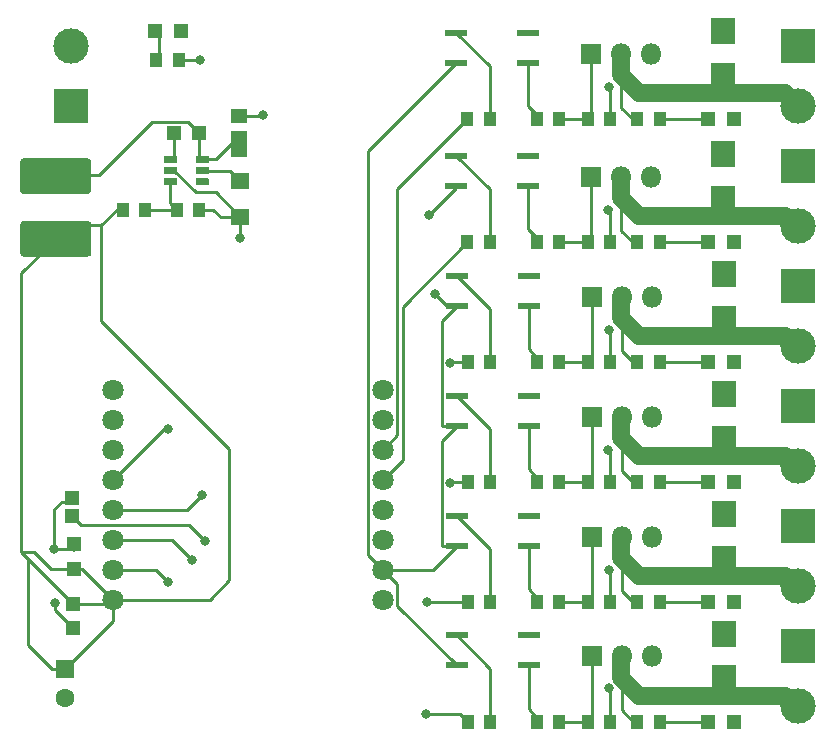
<source format=gbr>
%TF.GenerationSoftware,KiCad,Pcbnew,(5.1.7)-1*%
%TF.CreationDate,2020-12-01T10:33:41+01:00*%
%TF.ProjectId,HeatController,48656174-436f-46e7-9472-6f6c6c65722e,rev?*%
%TF.SameCoordinates,Original*%
%TF.FileFunction,Copper,L1,Top*%
%TF.FilePolarity,Positive*%
%FSLAX46Y46*%
G04 Gerber Fmt 4.6, Leading zero omitted, Abs format (unit mm)*
G04 Created by KiCad (PCBNEW (5.1.7)-1) date 2020-12-01 10:33:41*
%MOMM*%
%LPD*%
G01*
G04 APERTURE LIST*
%TA.AperFunction,SMDPad,CuDef*%
%ADD10R,1.300000X1.200000*%
%TD*%
%TA.AperFunction,ComponentPad*%
%ADD11R,3.000000X3.000000*%
%TD*%
%TA.AperFunction,ComponentPad*%
%ADD12C,3.000000*%
%TD*%
%TA.AperFunction,ComponentPad*%
%ADD13C,1.800000*%
%TD*%
%TA.AperFunction,SMDPad,CuDef*%
%ADD14R,1.250000X1.200000*%
%TD*%
%TA.AperFunction,SMDPad,CuDef*%
%ADD15R,1.200000X1.200000*%
%TD*%
%TA.AperFunction,ComponentPad*%
%ADD16R,1.800000X1.800000*%
%TD*%
%TA.AperFunction,ComponentPad*%
%ADD17O,1.800000X1.800000*%
%TD*%
%TA.AperFunction,SMDPad,CuDef*%
%ADD18R,1.930000X0.590000*%
%TD*%
%TA.AperFunction,SMDPad,CuDef*%
%ADD19R,1.000000X1.300000*%
%TD*%
%TA.AperFunction,SMDPad,CuDef*%
%ADD20R,2.100000X2.200000*%
%TD*%
%TA.AperFunction,SMDPad,CuDef*%
%ADD21R,1.200000X1.250000*%
%TD*%
%TA.AperFunction,ComponentPad*%
%ADD22R,1.600000X1.600000*%
%TD*%
%TA.AperFunction,ComponentPad*%
%ADD23C,1.600000*%
%TD*%
%TA.AperFunction,SMDPad,CuDef*%
%ADD24R,1.400000X2.300000*%
%TD*%
%TA.AperFunction,SMDPad,CuDef*%
%ADD25R,1.400000X1.250000*%
%TD*%
%TA.AperFunction,SMDPad,CuDef*%
%ADD26R,1.600000X1.400000*%
%TD*%
%TA.AperFunction,ViaPad*%
%ADD27C,0.800000*%
%TD*%
%TA.AperFunction,Conductor*%
%ADD28C,0.250000*%
%TD*%
%TA.AperFunction,Conductor*%
%ADD29C,1.500000*%
%TD*%
G04 APERTURE END LIST*
%TO.P,L1,2*%
%TO.N,/SW*%
%TA.AperFunction,SMDPad,CuDef*%
G36*
G01*
X158942000Y-68523000D02*
X153440000Y-68523000D01*
G75*
G02*
X153191000Y-68274000I0J249000D01*
G01*
X153191000Y-65772000D01*
G75*
G02*
X153440000Y-65523000I249000J0D01*
G01*
X158942000Y-65523000D01*
G75*
G02*
X159191000Y-65772000I0J-249000D01*
G01*
X159191000Y-68274000D01*
G75*
G02*
X158942000Y-68523000I-249000J0D01*
G01*
G37*
%TD.AperFunction*%
%TO.P,L1,1*%
%TO.N,/3V3*%
%TA.AperFunction,SMDPad,CuDef*%
G36*
G01*
X158961000Y-73823000D02*
X153459000Y-73823000D01*
G75*
G02*
X153210000Y-73574000I0J249000D01*
G01*
X153210000Y-71072000D01*
G75*
G02*
X153459000Y-70823000I249000J0D01*
G01*
X158961000Y-70823000D01*
G75*
G02*
X159210000Y-71072000I0J-249000D01*
G01*
X159210000Y-73574000D01*
G75*
G02*
X158961000Y-73823000I-249000J0D01*
G01*
G37*
%TD.AperFunction*%
%TD*%
D10*
%TO.P,E_33,2*%
%TO.N,GND*%
X157607000Y-94234000D03*
%TO.P,E_33,1*%
%TO.N,/GND2*%
X157607000Y-95834000D03*
%TD*%
D11*
%TO.P,JP1,1*%
%TO.N,/24V*%
X157480000Y-61087000D03*
D12*
%TO.P,JP1,2*%
%TO.N,GND*%
X157480000Y-56007000D03*
%TD*%
D11*
%TO.P,J6,1*%
%TO.N,/24V*%
X219075000Y-106807000D03*
D12*
%TO.P,J6,2*%
%TO.N,Net-(D6-Pad2)*%
X219075000Y-111887000D03*
%TD*%
D11*
%TO.P,J5,1*%
%TO.N,/24V*%
X219075000Y-96647000D03*
D12*
%TO.P,J5,2*%
%TO.N,Net-(D5-Pad2)*%
X219075000Y-101727000D03*
%TD*%
D11*
%TO.P,J4,1*%
%TO.N,/24V*%
X219075000Y-86487000D03*
D12*
%TO.P,J4,2*%
%TO.N,Net-(D4-Pad2)*%
X219075000Y-91567000D03*
%TD*%
D11*
%TO.P,J3,1*%
%TO.N,/24V*%
X219075000Y-76327000D03*
D12*
%TO.P,J3,2*%
%TO.N,Net-(D3-Pad2)*%
X219075000Y-81407000D03*
%TD*%
D11*
%TO.P,J2,1*%
%TO.N,/24V*%
X219075000Y-66167000D03*
D12*
%TO.P,J2,2*%
%TO.N,Net-(D2-Pad2)*%
X219075000Y-71247000D03*
%TD*%
D11*
%TO.P,J1,1*%
%TO.N,/24V*%
X219075000Y-56007000D03*
D12*
%TO.P,J1,2*%
%TO.N,Net-(D1-Pad2)*%
X219075000Y-61087000D03*
%TD*%
D13*
%TO.P,U1,16*%
%TO.N,N/C*%
X183896000Y-85090000D03*
%TO.P,U1,1*%
X161036000Y-85090000D03*
%TO.P,U1,15*%
X183896000Y-87630000D03*
%TO.P,U1,2*%
X161036000Y-87630000D03*
%TO.P,U1,14*%
%TO.N,/D1*%
X183896000Y-90170000D03*
%TO.P,U1,3*%
%TO.N,N/C*%
X161036000Y-90170000D03*
%TO.P,U1,13*%
%TO.N,/D2*%
X183896000Y-92710000D03*
%TO.P,U1,4*%
%TO.N,/D5*%
X161036000Y-92710000D03*
%TO.P,U1,12*%
%TO.N,N/C*%
X183896000Y-95250000D03*
%TO.P,U1,5*%
%TO.N,/D6*%
X161036000Y-95250000D03*
%TO.P,U1,11*%
%TO.N,N/C*%
X183896000Y-97790000D03*
%TO.P,U1,6*%
%TO.N,/D7*%
X161036000Y-97790000D03*
%TO.P,U1,10*%
%TO.N,/GND2*%
X183896000Y-100330000D03*
%TO.P,U1,7*%
%TO.N,/D8*%
X161036000Y-100330000D03*
%TO.P,U1,9*%
%TO.N,N/C*%
X183896000Y-102870000D03*
%TO.P,U1,8*%
%TO.N,/3V3*%
X161036000Y-102870000D03*
%TD*%
D14*
%TO.P,Cout2,1*%
%TO.N,/3V3*%
X157670500Y-103217000D03*
%TO.P,Cout2,2*%
%TO.N,GND*%
X157670500Y-105317000D03*
%TD*%
D15*
%TO.P,Dlj5,2*%
%TO.N,/24V*%
X213658500Y-103099000D03*
%TO.P,Dlj5,1*%
%TO.N,Net-(Dlj5-Pad1)*%
X211458500Y-103099000D03*
%TD*%
D16*
%TO.P,Q5,1*%
%TO.N,Net-(Q5-Pad1)*%
X201573000Y-97574500D03*
D17*
%TO.P,Q5,2*%
%TO.N,Net-(D5-Pad2)*%
X204113000Y-97574500D03*
%TO.P,Q5,3*%
%TO.N,GND*%
X206653000Y-97574500D03*
%TD*%
D18*
%TO.P,U_OC5,4*%
%TO.N,/24V*%
X196231000Y-95796500D03*
%TO.P,U_OC5,3*%
%TO.N,Net-(Roo5-Pad1)*%
X196231000Y-98336500D03*
%TO.P,U_OC5,2*%
%TO.N,/GND2*%
X190151000Y-98336500D03*
%TO.P,U_OC5,1*%
%TO.N,Net-(Rioc5-Pad1)*%
X190151000Y-95796500D03*
%TD*%
D19*
%TO.P,Rioc5,1*%
%TO.N,Net-(Rioc5-Pad1)*%
X192974000Y-103099000D03*
%TO.P,Rioc5,2*%
%TO.N,/D7*%
X191074000Y-103099000D03*
%TD*%
%TO.P,Rlj5,1*%
%TO.N,Net-(Dlj5-Pad1)*%
X207349000Y-103099000D03*
%TO.P,Rlj5,2*%
%TO.N,Net-(D5-Pad2)*%
X205449000Y-103099000D03*
%TD*%
%TO.P,Rpd5,1*%
%TO.N,Net-(Q5-Pad1)*%
X201258000Y-103099000D03*
%TO.P,Rpd5,2*%
%TO.N,GND*%
X203158000Y-103099000D03*
%TD*%
D20*
%TO.P,D5,1*%
%TO.N,/24V*%
X212749000Y-95647500D03*
%TO.P,D5,2*%
%TO.N,Net-(D5-Pad2)*%
X212749000Y-99447500D03*
%TD*%
D19*
%TO.P,Roo5,1*%
%TO.N,Net-(Roo5-Pad1)*%
X196940000Y-103099000D03*
%TO.P,Roo5,2*%
%TO.N,Net-(Q5-Pad1)*%
X198840000Y-103099000D03*
%TD*%
D20*
%TO.P,D6,1*%
%TO.N,/24V*%
X212749000Y-105744000D03*
%TO.P,D6,2*%
%TO.N,Net-(D6-Pad2)*%
X212749000Y-109544000D03*
%TD*%
D18*
%TO.P,U_OC6,4*%
%TO.N,/24V*%
X196231000Y-105893000D03*
%TO.P,U_OC6,3*%
%TO.N,Net-(Roo6-Pad1)*%
X196231000Y-108433000D03*
%TO.P,U_OC6,2*%
%TO.N,/GND2*%
X190151000Y-108433000D03*
%TO.P,U_OC6,1*%
%TO.N,Net-(Rioc6-Pad1)*%
X190151000Y-105893000D03*
%TD*%
D19*
%TO.P,Rioc6,1*%
%TO.N,Net-(Rioc6-Pad1)*%
X192974000Y-113195500D03*
%TO.P,Rioc6,2*%
%TO.N,/D8*%
X191074000Y-113195500D03*
%TD*%
%TO.P,Rpd6,1*%
%TO.N,Net-(Q6-Pad1)*%
X201258000Y-113195500D03*
%TO.P,Rpd6,2*%
%TO.N,GND*%
X203158000Y-113195500D03*
%TD*%
%TO.P,Roo6,1*%
%TO.N,Net-(Roo6-Pad1)*%
X196940000Y-113195500D03*
%TO.P,Roo6,2*%
%TO.N,Net-(Q6-Pad1)*%
X198840000Y-113195500D03*
%TD*%
D16*
%TO.P,Q6,1*%
%TO.N,Net-(Q6-Pad1)*%
X201573000Y-107671000D03*
D17*
%TO.P,Q6,2*%
%TO.N,Net-(D6-Pad2)*%
X204113000Y-107671000D03*
%TO.P,Q6,3*%
%TO.N,GND*%
X206653000Y-107671000D03*
%TD*%
D15*
%TO.P,Dlj6,2*%
%TO.N,/24V*%
X213658500Y-113195500D03*
%TO.P,Dlj6,1*%
%TO.N,Net-(Dlj6-Pad1)*%
X211458500Y-113195500D03*
%TD*%
D19*
%TO.P,Rlj6,1*%
%TO.N,Net-(Dlj6-Pad1)*%
X207349000Y-113195500D03*
%TO.P,Rlj6,2*%
%TO.N,Net-(D6-Pad2)*%
X205449000Y-113195500D03*
%TD*%
D15*
%TO.P,Dlj3,2*%
%TO.N,/24V*%
X213658500Y-82779000D03*
%TO.P,Dlj3,1*%
%TO.N,Net-(Dlj3-Pad1)*%
X211458500Y-82779000D03*
%TD*%
D16*
%TO.P,Q3,1*%
%TO.N,Net-(Q3-Pad1)*%
X201573000Y-77254500D03*
D17*
%TO.P,Q3,2*%
%TO.N,Net-(D3-Pad2)*%
X204113000Y-77254500D03*
%TO.P,Q3,3*%
%TO.N,GND*%
X206653000Y-77254500D03*
%TD*%
D18*
%TO.P,U_OC3,4*%
%TO.N,/24V*%
X196231000Y-75476500D03*
%TO.P,U_OC3,3*%
%TO.N,Net-(Roo3-Pad1)*%
X196231000Y-78016500D03*
%TO.P,U_OC3,2*%
%TO.N,/GND2*%
X190151000Y-78016500D03*
%TO.P,U_OC3,1*%
%TO.N,Net-(Rioc3-Pad1)*%
X190151000Y-75476500D03*
%TD*%
D19*
%TO.P,Rioc3,1*%
%TO.N,Net-(Rioc3-Pad1)*%
X192974000Y-82779000D03*
%TO.P,Rioc3,2*%
%TO.N,/D5*%
X191074000Y-82779000D03*
%TD*%
%TO.P,Rlj3,1*%
%TO.N,Net-(Dlj3-Pad1)*%
X207349000Y-82779000D03*
%TO.P,Rlj3,2*%
%TO.N,Net-(D3-Pad2)*%
X205449000Y-82779000D03*
%TD*%
%TO.P,Rpd3,1*%
%TO.N,Net-(Q3-Pad1)*%
X201258000Y-82779000D03*
%TO.P,Rpd3,2*%
%TO.N,GND*%
X203158000Y-82779000D03*
%TD*%
D20*
%TO.P,D3,1*%
%TO.N,/24V*%
X212749000Y-75327500D03*
%TO.P,D3,2*%
%TO.N,Net-(D3-Pad2)*%
X212749000Y-79127500D03*
%TD*%
D19*
%TO.P,Roo3,1*%
%TO.N,Net-(Roo3-Pad1)*%
X196940000Y-82779000D03*
%TO.P,Roo3,2*%
%TO.N,Net-(Q3-Pad1)*%
X198840000Y-82779000D03*
%TD*%
D20*
%TO.P,D4,1*%
%TO.N,/24V*%
X212749000Y-85487500D03*
%TO.P,D4,2*%
%TO.N,Net-(D4-Pad2)*%
X212749000Y-89287500D03*
%TD*%
D18*
%TO.P,U_OC4,4*%
%TO.N,/24V*%
X196231000Y-85636500D03*
%TO.P,U_OC4,3*%
%TO.N,Net-(Roo4-Pad1)*%
X196231000Y-88176500D03*
%TO.P,U_OC4,2*%
%TO.N,/GND2*%
X190151000Y-88176500D03*
%TO.P,U_OC4,1*%
%TO.N,Net-(Rioc4-Pad1)*%
X190151000Y-85636500D03*
%TD*%
D19*
%TO.P,Rioc4,1*%
%TO.N,Net-(Rioc4-Pad1)*%
X192974000Y-92939000D03*
%TO.P,Rioc4,2*%
%TO.N,/D6*%
X191074000Y-92939000D03*
%TD*%
%TO.P,Rpd4,1*%
%TO.N,Net-(Q4-Pad1)*%
X201258000Y-92939000D03*
%TO.P,Rpd4,2*%
%TO.N,GND*%
X203158000Y-92939000D03*
%TD*%
%TO.P,Roo4,1*%
%TO.N,Net-(Roo4-Pad1)*%
X196940000Y-92939000D03*
%TO.P,Roo4,2*%
%TO.N,Net-(Q4-Pad1)*%
X198840000Y-92939000D03*
%TD*%
D16*
%TO.P,Q4,1*%
%TO.N,Net-(Q4-Pad1)*%
X201573000Y-87414500D03*
D17*
%TO.P,Q4,2*%
%TO.N,Net-(D4-Pad2)*%
X204113000Y-87414500D03*
%TO.P,Q4,3*%
%TO.N,GND*%
X206653000Y-87414500D03*
%TD*%
D15*
%TO.P,Dlj4,2*%
%TO.N,/24V*%
X213658500Y-92939000D03*
%TO.P,Dlj4,1*%
%TO.N,Net-(Dlj4-Pad1)*%
X211458500Y-92939000D03*
%TD*%
D19*
%TO.P,Rlj4,1*%
%TO.N,Net-(Dlj4-Pad1)*%
X207349000Y-92939000D03*
%TO.P,Rlj4,2*%
%TO.N,Net-(D4-Pad2)*%
X205449000Y-92939000D03*
%TD*%
D15*
%TO.P,Dlj2,2*%
%TO.N,/24V*%
X213634500Y-72580500D03*
%TO.P,Dlj2,1*%
%TO.N,Net-(Dlj2-Pad1)*%
X211434500Y-72580500D03*
%TD*%
D16*
%TO.P,Q2,1*%
%TO.N,Net-(Q2-Pad1)*%
X201549000Y-67056000D03*
D17*
%TO.P,Q2,2*%
%TO.N,Net-(D2-Pad2)*%
X204089000Y-67056000D03*
%TO.P,Q2,3*%
%TO.N,GND*%
X206629000Y-67056000D03*
%TD*%
D18*
%TO.P,U_OC2,4*%
%TO.N,/24V*%
X196207000Y-65278000D03*
%TO.P,U_OC2,3*%
%TO.N,Net-(Roo2-Pad1)*%
X196207000Y-67818000D03*
%TO.P,U_OC2,2*%
%TO.N,/GND2*%
X190127000Y-67818000D03*
%TO.P,U_OC2,1*%
%TO.N,Net-(Rioc2-Pad1)*%
X190127000Y-65278000D03*
%TD*%
D19*
%TO.P,Rioc2,1*%
%TO.N,Net-(Rioc2-Pad1)*%
X192950000Y-72580500D03*
%TO.P,Rioc2,2*%
%TO.N,/D2*%
X191050000Y-72580500D03*
%TD*%
%TO.P,Rlj2,1*%
%TO.N,Net-(Dlj2-Pad1)*%
X207325000Y-72580500D03*
%TO.P,Rlj2,2*%
%TO.N,Net-(D2-Pad2)*%
X205425000Y-72580500D03*
%TD*%
%TO.P,Rpd2,1*%
%TO.N,Net-(Q2-Pad1)*%
X201234000Y-72580500D03*
%TO.P,Rpd2,2*%
%TO.N,GND*%
X203134000Y-72580500D03*
%TD*%
D20*
%TO.P,D2,1*%
%TO.N,/24V*%
X212725000Y-65129000D03*
%TO.P,D2,2*%
%TO.N,Net-(D2-Pad2)*%
X212725000Y-68929000D03*
%TD*%
D19*
%TO.P,Roo2,1*%
%TO.N,Net-(Roo2-Pad1)*%
X196916000Y-72580500D03*
%TO.P,Roo2,2*%
%TO.N,Net-(Q2-Pad1)*%
X198816000Y-72580500D03*
%TD*%
%TO.P,Rlpow1,1*%
%TO.N,GND*%
X166621500Y-57213500D03*
%TO.P,Rlpow1,2*%
%TO.N,Net-(Dlpow1-Pad1)*%
X164721500Y-57213500D03*
%TD*%
D15*
%TO.P,Dlpow1,2*%
%TO.N,/24V*%
X166835000Y-54737000D03*
%TO.P,Dlpow1,1*%
%TO.N,Net-(Dlpow1-Pad1)*%
X164635000Y-54737000D03*
%TD*%
D20*
%TO.P,D1,1*%
%TO.N,/24V*%
X212725000Y-54715000D03*
%TO.P,D1,2*%
%TO.N,Net-(D1-Pad2)*%
X212725000Y-58515000D03*
%TD*%
D19*
%TO.P,Roo1,1*%
%TO.N,Net-(Roo1-Pad1)*%
X196916000Y-62166500D03*
%TO.P,Roo1,2*%
%TO.N,Net-(Q1-Pad1)*%
X198816000Y-62166500D03*
%TD*%
%TO.P,Rfbt1,1*%
%TO.N,/3V3*%
X161864000Y-69850000D03*
%TO.P,Rfbt1,2*%
%TO.N,Net-(Rfbb1-Pad1)*%
X163764000Y-69850000D03*
%TD*%
%TO.P,Rfbb1,1*%
%TO.N,Net-(Rfbb1-Pad1)*%
X166436000Y-69850000D03*
%TO.P,Rfbb1,2*%
%TO.N,GND*%
X168336000Y-69850000D03*
%TD*%
%TO.P,Rlj1,1*%
%TO.N,Net-(Dlj1-Pad1)*%
X207325000Y-62166500D03*
%TO.P,Rlj1,2*%
%TO.N,Net-(D1-Pad2)*%
X205425000Y-62166500D03*
%TD*%
%TO.P,Rpd1,1*%
%TO.N,Net-(Q1-Pad1)*%
X201234000Y-62166500D03*
%TO.P,Rpd1,2*%
%TO.N,GND*%
X203134000Y-62166500D03*
%TD*%
%TO.P,Rioc1,1*%
%TO.N,Net-(Rioc1-Pad1)*%
X192950000Y-62166500D03*
%TO.P,Rioc1,2*%
%TO.N,/D1*%
X191050000Y-62166500D03*
%TD*%
D14*
%TO.P,Cout1,1*%
%TO.N,/3V3*%
X157734000Y-100271000D03*
%TO.P,Cout1,2*%
%TO.N,GND*%
X157734000Y-98171000D03*
%TD*%
D21*
%TO.P,Cboot1,1*%
%TO.N,Net-(Cboot1-Pad1)*%
X166209000Y-63373000D03*
%TO.P,Cboot1,2*%
%TO.N,/SW*%
X168309000Y-63373000D03*
%TD*%
D22*
%TO.P,C1,1*%
%TO.N,/3V3*%
X156972000Y-108712000D03*
D23*
%TO.P,C1,2*%
%TO.N,GND*%
X156972000Y-111212000D03*
%TD*%
D24*
%TO.P,D7,1*%
%TO.N,/SW*%
X171704000Y-64269000D03*
D25*
%TO.P,D7,2*%
%TO.N,GND*%
X171704000Y-61944000D03*
%TD*%
%TO.P,U2,3*%
%TO.N,Net-(Rfbb1-Pad1)*%
%TA.AperFunction,SMDPad,CuDef*%
G36*
G01*
X165408800Y-67198000D02*
X166409200Y-67198000D01*
G75*
G02*
X166459000Y-67247800I0J-49800D01*
G01*
X166459000Y-67748200D01*
G75*
G02*
X166409200Y-67798000I-49800J0D01*
G01*
X165408800Y-67798000D01*
G75*
G02*
X165359000Y-67748200I0J49800D01*
G01*
X165359000Y-67247800D01*
G75*
G02*
X165408800Y-67198000I49800J0D01*
G01*
G37*
%TD.AperFunction*%
%TO.P,U2,4*%
%TO.N,N/C*%
%TA.AperFunction,SMDPad,CuDef*%
G36*
G01*
X168108800Y-67198000D02*
X169109200Y-67198000D01*
G75*
G02*
X169159000Y-67247800I0J-49800D01*
G01*
X169159000Y-67748200D01*
G75*
G02*
X169109200Y-67798000I-49800J0D01*
G01*
X168108800Y-67798000D01*
G75*
G02*
X168059000Y-67748200I0J49800D01*
G01*
X168059000Y-67247800D01*
G75*
G02*
X168108800Y-67198000I49800J0D01*
G01*
G37*
%TD.AperFunction*%
%TO.P,U2,2*%
%TO.N,GND*%
%TA.AperFunction,SMDPad,CuDef*%
G36*
G01*
X165408800Y-66248000D02*
X166409200Y-66248000D01*
G75*
G02*
X166459000Y-66297800I0J-49800D01*
G01*
X166459000Y-66798200D01*
G75*
G02*
X166409200Y-66848000I-49800J0D01*
G01*
X165408800Y-66848000D01*
G75*
G02*
X165359000Y-66798200I0J49800D01*
G01*
X165359000Y-66297800D01*
G75*
G02*
X165408800Y-66248000I49800J0D01*
G01*
G37*
%TD.AperFunction*%
%TO.P,U2,5*%
%TO.N,/24V*%
%TA.AperFunction,SMDPad,CuDef*%
G36*
G01*
X168108800Y-66248000D02*
X169109200Y-66248000D01*
G75*
G02*
X169159000Y-66297800I0J-49800D01*
G01*
X169159000Y-66798200D01*
G75*
G02*
X169109200Y-66848000I-49800J0D01*
G01*
X168108800Y-66848000D01*
G75*
G02*
X168059000Y-66798200I0J49800D01*
G01*
X168059000Y-66297800D01*
G75*
G02*
X168108800Y-66248000I49800J0D01*
G01*
G37*
%TD.AperFunction*%
%TO.P,U2,1*%
%TO.N,Net-(Cboot1-Pad1)*%
%TA.AperFunction,SMDPad,CuDef*%
G36*
G01*
X165408800Y-65298000D02*
X166409200Y-65298000D01*
G75*
G02*
X166459000Y-65347800I0J-49800D01*
G01*
X166459000Y-65848200D01*
G75*
G02*
X166409200Y-65898000I-49800J0D01*
G01*
X165408800Y-65898000D01*
G75*
G02*
X165359000Y-65848200I0J49800D01*
G01*
X165359000Y-65347800D01*
G75*
G02*
X165408800Y-65298000I49800J0D01*
G01*
G37*
%TD.AperFunction*%
%TO.P,U2,6*%
%TO.N,/SW*%
%TA.AperFunction,SMDPad,CuDef*%
G36*
G01*
X168108800Y-65298000D02*
X169109200Y-65298000D01*
G75*
G02*
X169159000Y-65347800I0J-49800D01*
G01*
X169159000Y-65848200D01*
G75*
G02*
X169109200Y-65898000I-49800J0D01*
G01*
X168108800Y-65898000D01*
G75*
G02*
X168059000Y-65848200I0J49800D01*
G01*
X168059000Y-65347800D01*
G75*
G02*
X168108800Y-65298000I49800J0D01*
G01*
G37*
%TD.AperFunction*%
%TD*%
D26*
%TO.P,Cin1,1*%
%TO.N,/24V*%
X171831000Y-67461000D03*
%TO.P,Cin1,2*%
%TO.N,GND*%
X171831000Y-70461000D03*
%TD*%
D18*
%TO.P,U_OC1,4*%
%TO.N,/24V*%
X196207000Y-54864000D03*
%TO.P,U_OC1,3*%
%TO.N,Net-(Roo1-Pad1)*%
X196207000Y-57404000D03*
%TO.P,U_OC1,2*%
%TO.N,/GND2*%
X190127000Y-57404000D03*
%TO.P,U_OC1,1*%
%TO.N,Net-(Rioc1-Pad1)*%
X190127000Y-54864000D03*
%TD*%
D15*
%TO.P,Dlj1,2*%
%TO.N,/24V*%
X213634500Y-62166500D03*
%TO.P,Dlj1,1*%
%TO.N,Net-(Dlj1-Pad1)*%
X211434500Y-62166500D03*
%TD*%
D16*
%TO.P,Q1,1*%
%TO.N,Net-(Q1-Pad1)*%
X201549000Y-56642000D03*
D17*
%TO.P,Q1,2*%
%TO.N,Net-(D1-Pad2)*%
X204089000Y-56642000D03*
%TO.P,Q1,3*%
%TO.N,GND*%
X206629000Y-56642000D03*
%TD*%
D27*
%TO.N,GND*%
X202946000Y-69850000D03*
X202946000Y-90170000D03*
X203073000Y-80010000D03*
X203073000Y-110363000D03*
X203073000Y-100330000D03*
X173736000Y-61849000D03*
X168402000Y-57213500D03*
X203073000Y-59436000D03*
X156146500Y-103187500D03*
X156083000Y-98552000D03*
X171831000Y-72263000D03*
%TO.N,/GND2*%
X188277500Y-76962000D03*
X187833000Y-70294500D03*
X168846500Y-97917000D03*
%TO.N,/D5*%
X165735000Y-88392000D03*
X189586009Y-82804000D03*
%TO.N,/D6*%
X168592500Y-93980000D03*
X189586009Y-92964000D03*
%TO.N,/D7*%
X167767000Y-99504500D03*
X187642500Y-103060500D03*
%TO.N,/D8*%
X165671500Y-101346000D03*
X187579000Y-112522000D03*
%TD*%
D28*
%TO.N,GND*%
X203134000Y-69789000D02*
X203200000Y-69723000D01*
X203134000Y-72580500D02*
X203134000Y-69789000D01*
X203158000Y-90147500D02*
X203224000Y-90081500D01*
X203158000Y-92939000D02*
X203158000Y-90147500D01*
X203158000Y-79987500D02*
X203224000Y-79921500D01*
X203158000Y-82779000D02*
X203158000Y-79987500D01*
X203158000Y-110404000D02*
X203224000Y-110338000D01*
X203158000Y-113195500D02*
X203158000Y-110404000D01*
X203158000Y-100307500D02*
X203224000Y-100241500D01*
X203158000Y-103099000D02*
X203158000Y-100307500D01*
X168082000Y-69850000D02*
X168275000Y-69850000D01*
X166621500Y-57213500D02*
X168402000Y-57213500D01*
X203134000Y-59375000D02*
X203200000Y-59309000D01*
X203134000Y-62166500D02*
X203134000Y-59375000D01*
X156146500Y-103793000D02*
X156146500Y-103187500D01*
X157670500Y-105317000D02*
X156146500Y-103793000D01*
X166239462Y-66548000D02*
X168082000Y-68390538D01*
X165909000Y-66548000D02*
X166239462Y-66548000D01*
X173641000Y-61944000D02*
X173736000Y-61849000D01*
X171704000Y-61944000D02*
X173641000Y-61944000D01*
X171831000Y-70461000D02*
X171831000Y-72263000D01*
X156707000Y-94577000D02*
X157607000Y-94577000D01*
X156083000Y-95201000D02*
X156707000Y-94577000D01*
X156083000Y-98552000D02*
X156083000Y-95201000D01*
X157641000Y-98552000D02*
X157734000Y-98645000D01*
X156083000Y-98552000D02*
X157641000Y-98552000D01*
X169541462Y-69850000D02*
X168336000Y-69850000D01*
X170152462Y-70461000D02*
X169541462Y-69850000D01*
X171831000Y-70461000D02*
X170152462Y-70461000D01*
X169760538Y-68390538D02*
X171831000Y-70461000D01*
X168082000Y-68390538D02*
X169760538Y-68390538D01*
%TO.N,/3V3*%
X160015500Y-71188000D02*
X156210000Y-71188000D01*
X160015500Y-71188000D02*
X160015500Y-79243500D01*
X170908000Y-90136000D02*
X170908000Y-99060000D01*
X160015500Y-79243500D02*
X170908000Y-90136000D01*
X170908000Y-99060000D02*
X170908000Y-101219000D01*
X169257000Y-102870000D02*
X170908000Y-101219000D01*
X161036000Y-102870000D02*
X169257000Y-102870000D01*
X161036000Y-104648000D02*
X156972000Y-108712000D01*
X161036000Y-102870000D02*
X161036000Y-104648000D01*
X160689000Y-103217000D02*
X161036000Y-102870000D01*
X157670500Y-103217000D02*
X160689000Y-103217000D01*
X156210000Y-71188000D02*
X155389000Y-71188000D01*
X153289000Y-98835500D02*
X157670500Y-103217000D01*
X153289000Y-96998500D02*
X153289000Y-98835500D01*
X153289000Y-98835500D02*
X153887001Y-99433501D01*
X153887001Y-99433501D02*
X153887001Y-106677001D01*
X153887001Y-106677001D02*
X155922000Y-108712000D01*
X155922000Y-108712000D02*
X156972000Y-108712000D01*
X161353500Y-69850000D02*
X160015500Y-71188000D01*
X161864000Y-69850000D02*
X161353500Y-69850000D01*
X153289000Y-75244000D02*
X156210000Y-72323000D01*
X153289000Y-96998500D02*
X153289000Y-75244000D01*
X158437000Y-100271000D02*
X157734000Y-100271000D01*
X161036000Y-102870000D02*
X158437000Y-100271000D01*
X153289000Y-98835500D02*
X154334500Y-98835500D01*
X155770000Y-100271000D02*
X157734000Y-100271000D01*
X154334500Y-98835500D02*
X155770000Y-100271000D01*
%TO.N,/24V*%
X170918000Y-66548000D02*
X171831000Y-67461000D01*
X168609000Y-66548000D02*
X170918000Y-66548000D01*
%TO.N,/GND2*%
X188157500Y-100330000D02*
X190151000Y-98336500D01*
X183896000Y-100330000D02*
X188157500Y-100330000D01*
X185121001Y-103403001D02*
X190151000Y-108433000D01*
X185121001Y-101555001D02*
X185121001Y-103403001D01*
X183896000Y-100330000D02*
X185121001Y-101555001D01*
X188860999Y-98261499D02*
X188860999Y-89466501D01*
X188936000Y-98336500D02*
X188860999Y-98261499D01*
X190151000Y-98336500D02*
X188936000Y-98336500D01*
X188860999Y-89466501D02*
X190151000Y-88176500D01*
X188860999Y-79306501D02*
X190151000Y-78016500D01*
X188860999Y-88101499D02*
X188860999Y-79306501D01*
X188936000Y-88176500D02*
X188860999Y-88101499D01*
X190151000Y-88176500D02*
X188936000Y-88176500D01*
X189332000Y-78016500D02*
X188277500Y-76962000D01*
X190151000Y-78016500D02*
X189332000Y-78016500D01*
X190127000Y-68000500D02*
X190127000Y-67818000D01*
X187833000Y-70294500D02*
X190127000Y-68000500D01*
X182670999Y-99104999D02*
X182670999Y-64915501D01*
X183896000Y-100330000D02*
X182670999Y-99104999D01*
X190127000Y-57459500D02*
X190127000Y-57404000D01*
X182670999Y-64915501D02*
X190127000Y-57459500D01*
X167494499Y-96564999D02*
X168846500Y-97917000D01*
X158337999Y-96564999D02*
X167494499Y-96564999D01*
X157607000Y-95834000D02*
X158337999Y-96564999D01*
%TO.N,Net-(Q1-Pad1)*%
X201549000Y-61851500D02*
X201234000Y-62166500D01*
X201549000Y-56642000D02*
X201549000Y-61851500D01*
X199197000Y-62166500D02*
X201234000Y-62166500D01*
%TO.N,Net-(Cboot1-Pad1)*%
X166209000Y-65298000D02*
X165909000Y-65598000D01*
X166209000Y-63373000D02*
X166209000Y-65298000D01*
%TO.N,Net-(Rfbb1-Pad1)*%
X164145000Y-69850000D02*
X166182000Y-69850000D01*
X165909000Y-69323000D02*
X166436000Y-69850000D01*
X165909000Y-67498000D02*
X165909000Y-69323000D01*
%TO.N,/SW*%
X169740000Y-65598000D02*
X171196000Y-64142000D01*
X168609000Y-65598000D02*
X169740000Y-65598000D01*
X168309000Y-65298000D02*
X168609000Y-65598000D01*
X168309000Y-63373000D02*
X168309000Y-65298000D01*
X167358999Y-62422999D02*
X164335501Y-62422999D01*
X168309000Y-63373000D02*
X167358999Y-62422999D01*
X159870500Y-66888000D02*
X156191000Y-66888000D01*
X164335501Y-62422999D02*
X159870500Y-66888000D01*
D29*
%TO.N,Net-(D2-Pad2)*%
X204089000Y-67056000D02*
X204089000Y-68834000D01*
X217932000Y-70358000D02*
X219075000Y-71501000D01*
X204089000Y-68834000D02*
X205613000Y-70358000D01*
D28*
X204089000Y-67056000D02*
X204089000Y-71625500D01*
X204089000Y-71625500D02*
X205044000Y-72580500D01*
X212725000Y-70231000D02*
X212598000Y-70358000D01*
X212725000Y-68929000D02*
X212725000Y-70231000D01*
D29*
X212598000Y-70358000D02*
X217932000Y-70358000D01*
X205613000Y-70358000D02*
X212598000Y-70358000D01*
D28*
%TO.N,Net-(D1-Pad2)*%
X204089000Y-61211500D02*
X205044000Y-62166500D01*
X204089000Y-56642000D02*
X204089000Y-61211500D01*
D29*
X204089000Y-56642000D02*
X204089000Y-58420000D01*
X204089000Y-58420000D02*
X205613000Y-59944000D01*
X217932000Y-59944000D02*
X219075000Y-61087000D01*
X205613000Y-59944000D02*
X217932000Y-59944000D01*
D28*
%TO.N,Net-(Dlj1-Pad1)*%
X206944000Y-62166500D02*
X211434500Y-62166500D01*
%TO.N,Net-(Dlpow1-Pad1)*%
X164952500Y-56982500D02*
X164721500Y-57213500D01*
X164952500Y-54927500D02*
X164952500Y-56982500D01*
%TO.N,Net-(Rioc1-Pad1)*%
X192950000Y-57687000D02*
X190127000Y-54864000D01*
X192950000Y-62166500D02*
X192950000Y-57687000D01*
%TO.N,Net-(Roo1-Pad1)*%
X196207000Y-61076500D02*
X197297000Y-62166500D01*
X196207000Y-57404000D02*
X196207000Y-61076500D01*
%TO.N,Net-(Dlj2-Pad1)*%
X206944000Y-72580500D02*
X211434500Y-72580500D01*
%TO.N,Net-(Q2-Pad1)*%
X199197000Y-72580500D02*
X201234000Y-72580500D01*
X201549000Y-72265500D02*
X201234000Y-72580500D01*
X201549000Y-67056000D02*
X201549000Y-72265500D01*
%TO.N,Net-(Rioc2-Pad1)*%
X192950000Y-68101000D02*
X190127000Y-65278000D01*
X192950000Y-68101000D02*
X192950000Y-72580500D01*
%TO.N,Net-(Roo2-Pad1)*%
X196207000Y-67818000D02*
X196207000Y-71490500D01*
X196207000Y-71490500D02*
X197297000Y-72580500D01*
%TO.N,Net-(D3-Pad2)*%
X204113000Y-77254500D02*
X204113000Y-81824000D01*
X204113000Y-81824000D02*
X205068000Y-82779000D01*
D29*
X204089000Y-77216000D02*
X204089000Y-78994000D01*
X204089000Y-78994000D02*
X205613000Y-80518000D01*
X217932000Y-80518000D02*
X219075000Y-81661000D01*
D28*
X212749000Y-80240000D02*
X212471000Y-80518000D01*
X212749000Y-79127500D02*
X212749000Y-80240000D01*
D29*
X212471000Y-80518000D02*
X217932000Y-80518000D01*
X205613000Y-80518000D02*
X212471000Y-80518000D01*
%TO.N,Net-(D4-Pad2)*%
X204089000Y-87376000D02*
X204089000Y-89154000D01*
X217932000Y-90678000D02*
X219075000Y-91821000D01*
X204089000Y-89154000D02*
X205613000Y-90678000D01*
D28*
X204113000Y-91984000D02*
X205068000Y-92939000D01*
X204113000Y-87414500D02*
X204113000Y-91984000D01*
X212749000Y-90527000D02*
X212598000Y-90678000D01*
X212749000Y-89287500D02*
X212749000Y-90527000D01*
D29*
X212598000Y-90678000D02*
X217932000Y-90678000D01*
X205613000Y-90678000D02*
X212598000Y-90678000D01*
%TO.N,Net-(D5-Pad2)*%
X204089000Y-97536000D02*
X204089000Y-99314000D01*
X217932000Y-100838000D02*
X219075000Y-101981000D01*
X204089000Y-99314000D02*
X205613000Y-100838000D01*
D28*
X204113000Y-97574500D02*
X204113000Y-102144000D01*
X204113000Y-102144000D02*
X205068000Y-103099000D01*
X212749000Y-100608000D02*
X212979000Y-100838000D01*
X212749000Y-99447500D02*
X212749000Y-100608000D01*
D29*
X212979000Y-100838000D02*
X217932000Y-100838000D01*
X205613000Y-100838000D02*
X212979000Y-100838000D01*
%TO.N,Net-(D6-Pad2)*%
X204089000Y-107696000D02*
X204089000Y-109474000D01*
X217932000Y-110998000D02*
X219075000Y-112141000D01*
X204089000Y-109474000D02*
X205613000Y-110998000D01*
D28*
X204113000Y-112240500D02*
X205068000Y-113195500D01*
X204113000Y-107671000D02*
X204113000Y-112240500D01*
X212749000Y-110974000D02*
X212725000Y-110998000D01*
X212749000Y-109544000D02*
X212749000Y-110974000D01*
D29*
X212725000Y-110998000D02*
X217932000Y-110998000D01*
X205613000Y-110998000D02*
X212725000Y-110998000D01*
D28*
%TO.N,Net-(Dlj3-Pad1)*%
X206968000Y-82779000D02*
X211458500Y-82779000D01*
%TO.N,Net-(Dlj4-Pad1)*%
X206968000Y-92939000D02*
X211458500Y-92939000D01*
%TO.N,Net-(Dlj5-Pad1)*%
X206968000Y-103099000D02*
X211458500Y-103099000D01*
%TO.N,Net-(Dlj6-Pad1)*%
X206968000Y-113195500D02*
X211458500Y-113195500D01*
%TO.N,Net-(Q3-Pad1)*%
X199221000Y-82779000D02*
X201258000Y-82779000D01*
X201573000Y-82464000D02*
X201258000Y-82779000D01*
X201573000Y-77254500D02*
X201573000Y-82464000D01*
%TO.N,Net-(Q4-Pad1)*%
X201573000Y-87414500D02*
X201573000Y-92624000D01*
X199221000Y-92939000D02*
X201258000Y-92939000D01*
X201573000Y-92624000D02*
X201258000Y-92939000D01*
%TO.N,Net-(Q5-Pad1)*%
X199221000Y-103099000D02*
X201258000Y-103099000D01*
X201573000Y-102784000D02*
X201258000Y-103099000D01*
X201573000Y-97574500D02*
X201573000Y-102784000D01*
%TO.N,Net-(Q6-Pad1)*%
X201573000Y-107671000D02*
X201573000Y-112880500D01*
X199221000Y-113195500D02*
X201258000Y-113195500D01*
X201573000Y-112880500D02*
X201258000Y-113195500D01*
%TO.N,/D1*%
X185121001Y-68095499D02*
X191050000Y-62166500D01*
X185121001Y-88944999D02*
X185121001Y-68095499D01*
X183896000Y-90170000D02*
X185121001Y-88944999D01*
%TO.N,/D2*%
X185571012Y-78059488D02*
X191050000Y-72580500D01*
X185571012Y-91034988D02*
X185571012Y-78059488D01*
X183896000Y-92710000D02*
X185571012Y-91034988D01*
%TO.N,Net-(Rioc3-Pad1)*%
X192974000Y-78299500D02*
X190151000Y-75476500D01*
X192974000Y-82779000D02*
X192974000Y-78299500D01*
%TO.N,Net-(Rioc4-Pad1)*%
X192974000Y-88459500D02*
X190151000Y-85636500D01*
X192974000Y-92939000D02*
X192974000Y-88459500D01*
%TO.N,/D5*%
X165354000Y-88392000D02*
X165735000Y-88392000D01*
X161036000Y-92710000D02*
X165354000Y-88392000D01*
X191074000Y-82779000D02*
X189611009Y-82779000D01*
X189611009Y-82779000D02*
X189586009Y-82804000D01*
%TO.N,Net-(Rioc5-Pad1)*%
X192974000Y-98619500D02*
X190151000Y-95796500D01*
X192974000Y-103099000D02*
X192974000Y-98619500D01*
%TO.N,Net-(Rioc6-Pad1)*%
X192974000Y-108716000D02*
X190151000Y-105893000D01*
X192974000Y-113195500D02*
X192974000Y-108716000D01*
%TO.N,/D6*%
X161036000Y-95250000D02*
X161036000Y-94932500D01*
X167322500Y-95250000D02*
X168592500Y-93980000D01*
X161036000Y-95250000D02*
X167322500Y-95250000D01*
X191074000Y-92939000D02*
X189611009Y-92939000D01*
X189611009Y-92939000D02*
X189586009Y-92964000D01*
%TO.N,Net-(Roo3-Pad1)*%
X196231000Y-78016500D02*
X196231000Y-81689000D01*
X196231000Y-81689000D02*
X197321000Y-82779000D01*
%TO.N,Net-(Roo4-Pad1)*%
X196231000Y-88176500D02*
X196231000Y-91849000D01*
X196231000Y-91849000D02*
X197321000Y-92939000D01*
%TO.N,Net-(Roo5-Pad1)*%
X196231000Y-98336500D02*
X196231000Y-102009000D01*
X196231000Y-102009000D02*
X197321000Y-103099000D01*
%TO.N,Net-(Roo6-Pad1)*%
X196231000Y-108433000D02*
X196231000Y-112105500D01*
X196231000Y-112105500D02*
X197321000Y-113195500D01*
%TO.N,/D7*%
X166052500Y-97790000D02*
X167767000Y-99504500D01*
X161036000Y-97790000D02*
X166052500Y-97790000D01*
X191035500Y-103060500D02*
X191074000Y-103099000D01*
X187642500Y-103060500D02*
X191035500Y-103060500D01*
%TO.N,/D8*%
X164655500Y-100330000D02*
X165671500Y-101346000D01*
X161036000Y-100330000D02*
X164655500Y-100330000D01*
X190400500Y-112522000D02*
X191074000Y-113195500D01*
X187579000Y-112522000D02*
X190400500Y-112522000D01*
%TD*%
M02*

</source>
